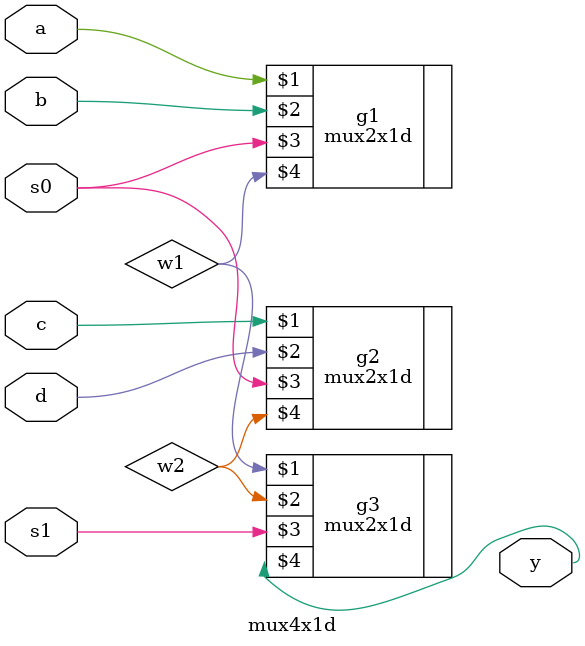
<source format=v>
module mux4x1d(a,b,c,d,s0,s1,y);
input a,b,c,d,s0,s1;
output y;

mux2x1d g1(a,b,s0,w1);
mux2x1d g2(c,d,s0,w2);
mux2x1d g3(w1,w2,s1,y);

endmodule
</source>
